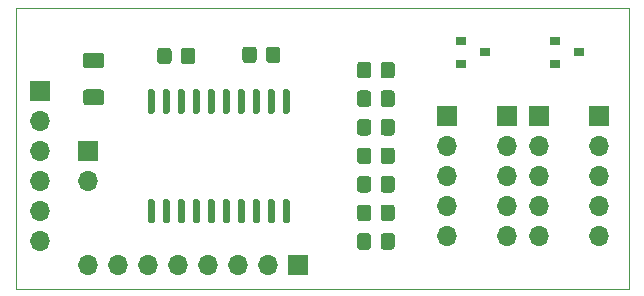
<source format=gbr>
G04 #@! TF.GenerationSoftware,KiCad,Pcbnew,5.1.10-88a1d61d58~88~ubuntu20.04.1*
G04 #@! TF.CreationDate,2021-05-20T13:29:31-04:00*
G04 #@! TF.ProjectId,hexdisplay8,68657864-6973-4706-9c61-79382e6b6963,rev?*
G04 #@! TF.SameCoordinates,Original*
G04 #@! TF.FileFunction,Soldermask,Top*
G04 #@! TF.FilePolarity,Negative*
%FSLAX46Y46*%
G04 Gerber Fmt 4.6, Leading zero omitted, Abs format (unit mm)*
G04 Created by KiCad (PCBNEW 5.1.10-88a1d61d58~88~ubuntu20.04.1) date 2021-05-20 13:29:31*
%MOMM*%
%LPD*%
G01*
G04 APERTURE LIST*
G04 #@! TA.AperFunction,Profile*
%ADD10C,0.050000*%
G04 #@! TD*
%ADD11R,1.700000X1.700000*%
%ADD12O,1.700000X1.700000*%
%ADD13R,0.900000X0.800000*%
G04 APERTURE END LIST*
D10*
X188000000Y-122000000D02*
X136100000Y-122000000D01*
X188000000Y-98200000D02*
X136400000Y-98200000D01*
X188000000Y-122000000D02*
X188000000Y-98200000D01*
X136100000Y-98200000D02*
X136100000Y-122000000D01*
X136400000Y-98200000D02*
X136100000Y-98200000D01*
G04 #@! TO.C,C1*
G36*
G01*
X143350003Y-106462500D02*
X142049997Y-106462500D01*
G75*
G02*
X141800000Y-106212503I0J249997D01*
G01*
X141800000Y-105387497D01*
G75*
G02*
X142049997Y-105137500I249997J0D01*
G01*
X143350003Y-105137500D01*
G75*
G02*
X143600000Y-105387497I0J-249997D01*
G01*
X143600000Y-106212503D01*
G75*
G02*
X143350003Y-106462500I-249997J0D01*
G01*
G37*
G36*
G01*
X143350003Y-103337500D02*
X142049997Y-103337500D01*
G75*
G02*
X141800000Y-103087503I0J249997D01*
G01*
X141800000Y-102262497D01*
G75*
G02*
X142049997Y-102012500I249997J0D01*
G01*
X143350003Y-102012500D01*
G75*
G02*
X143600000Y-102262497I0J-249997D01*
G01*
X143600000Y-103087503D01*
G75*
G02*
X143350003Y-103337500I-249997J0D01*
G01*
G37*
G04 #@! TD*
D11*
G04 #@! TO.C,J3*
X142220000Y-110360000D03*
D12*
X142220000Y-112900000D03*
G04 #@! TD*
D11*
G04 #@! TO.C,J4*
X160000000Y-120000000D03*
D12*
X157460000Y-120000000D03*
X154920000Y-120000000D03*
X152380000Y-120000000D03*
X149840000Y-120000000D03*
X147300000Y-120000000D03*
X144760000Y-120000000D03*
X142220000Y-120000000D03*
G04 #@! TD*
D11*
G04 #@! TO.C,J5*
X138200000Y-105280000D03*
D12*
X138200000Y-107820000D03*
X138200000Y-110360000D03*
X138200000Y-112900000D03*
X138200000Y-115440000D03*
X138200000Y-117980000D03*
G04 #@! TD*
D13*
G04 #@! TO.C,Q1*
X181800000Y-101050000D03*
X181800000Y-102950000D03*
X183800000Y-102000000D03*
G04 #@! TD*
G04 #@! TO.C,Q2*
X175800000Y-102000000D03*
X173800000Y-102950000D03*
X173800000Y-101050000D03*
G04 #@! TD*
G04 #@! TO.C,R1*
G36*
G01*
X168200000Y-103049999D02*
X168200000Y-103950001D01*
G75*
G02*
X167950001Y-104200000I-249999J0D01*
G01*
X167249999Y-104200000D01*
G75*
G02*
X167000000Y-103950001I0J249999D01*
G01*
X167000000Y-103049999D01*
G75*
G02*
X167249999Y-102800000I249999J0D01*
G01*
X167950001Y-102800000D01*
G75*
G02*
X168200000Y-103049999I0J-249999D01*
G01*
G37*
G36*
G01*
X166200000Y-103049999D02*
X166200000Y-103950001D01*
G75*
G02*
X165950001Y-104200000I-249999J0D01*
G01*
X165249999Y-104200000D01*
G75*
G02*
X165000000Y-103950001I0J249999D01*
G01*
X165000000Y-103049999D01*
G75*
G02*
X165249999Y-102800000I249999J0D01*
G01*
X165950001Y-102800000D01*
G75*
G02*
X166200000Y-103049999I0J-249999D01*
G01*
G37*
G04 #@! TD*
G04 #@! TO.C,R2*
G36*
G01*
X166200000Y-105466665D02*
X166200000Y-106366667D01*
G75*
G02*
X165950001Y-106616666I-249999J0D01*
G01*
X165249999Y-106616666D01*
G75*
G02*
X165000000Y-106366667I0J249999D01*
G01*
X165000000Y-105466665D01*
G75*
G02*
X165249999Y-105216666I249999J0D01*
G01*
X165950001Y-105216666D01*
G75*
G02*
X166200000Y-105466665I0J-249999D01*
G01*
G37*
G36*
G01*
X168200000Y-105466665D02*
X168200000Y-106366667D01*
G75*
G02*
X167950001Y-106616666I-249999J0D01*
G01*
X167249999Y-106616666D01*
G75*
G02*
X167000000Y-106366667I0J249999D01*
G01*
X167000000Y-105466665D01*
G75*
G02*
X167249999Y-105216666I249999J0D01*
G01*
X167950001Y-105216666D01*
G75*
G02*
X168200000Y-105466665I0J-249999D01*
G01*
G37*
G04 #@! TD*
G04 #@! TO.C,R3*
G36*
G01*
X168200000Y-107883331D02*
X168200000Y-108783333D01*
G75*
G02*
X167950001Y-109033332I-249999J0D01*
G01*
X167249999Y-109033332D01*
G75*
G02*
X167000000Y-108783333I0J249999D01*
G01*
X167000000Y-107883331D01*
G75*
G02*
X167249999Y-107633332I249999J0D01*
G01*
X167950001Y-107633332D01*
G75*
G02*
X168200000Y-107883331I0J-249999D01*
G01*
G37*
G36*
G01*
X166200000Y-107883331D02*
X166200000Y-108783333D01*
G75*
G02*
X165950001Y-109033332I-249999J0D01*
G01*
X165249999Y-109033332D01*
G75*
G02*
X165000000Y-108783333I0J249999D01*
G01*
X165000000Y-107883331D01*
G75*
G02*
X165249999Y-107633332I249999J0D01*
G01*
X165950001Y-107633332D01*
G75*
G02*
X166200000Y-107883331I0J-249999D01*
G01*
G37*
G04 #@! TD*
G04 #@! TO.C,R4*
G36*
G01*
X166200000Y-110299997D02*
X166200000Y-111199999D01*
G75*
G02*
X165950001Y-111449998I-249999J0D01*
G01*
X165249999Y-111449998D01*
G75*
G02*
X165000000Y-111199999I0J249999D01*
G01*
X165000000Y-110299997D01*
G75*
G02*
X165249999Y-110049998I249999J0D01*
G01*
X165950001Y-110049998D01*
G75*
G02*
X166200000Y-110299997I0J-249999D01*
G01*
G37*
G36*
G01*
X168200000Y-110299997D02*
X168200000Y-111199999D01*
G75*
G02*
X167950001Y-111449998I-249999J0D01*
G01*
X167249999Y-111449998D01*
G75*
G02*
X167000000Y-111199999I0J249999D01*
G01*
X167000000Y-110299997D01*
G75*
G02*
X167249999Y-110049998I249999J0D01*
G01*
X167950001Y-110049998D01*
G75*
G02*
X168200000Y-110299997I0J-249999D01*
G01*
G37*
G04 #@! TD*
G04 #@! TO.C,R5*
G36*
G01*
X168200000Y-112716663D02*
X168200000Y-113616665D01*
G75*
G02*
X167950001Y-113866664I-249999J0D01*
G01*
X167249999Y-113866664D01*
G75*
G02*
X167000000Y-113616665I0J249999D01*
G01*
X167000000Y-112716663D01*
G75*
G02*
X167249999Y-112466664I249999J0D01*
G01*
X167950001Y-112466664D01*
G75*
G02*
X168200000Y-112716663I0J-249999D01*
G01*
G37*
G36*
G01*
X166200000Y-112716663D02*
X166200000Y-113616665D01*
G75*
G02*
X165950001Y-113866664I-249999J0D01*
G01*
X165249999Y-113866664D01*
G75*
G02*
X165000000Y-113616665I0J249999D01*
G01*
X165000000Y-112716663D01*
G75*
G02*
X165249999Y-112466664I249999J0D01*
G01*
X165950001Y-112466664D01*
G75*
G02*
X166200000Y-112716663I0J-249999D01*
G01*
G37*
G04 #@! TD*
G04 #@! TO.C,R6*
G36*
G01*
X166200000Y-115133329D02*
X166200000Y-116033331D01*
G75*
G02*
X165950001Y-116283330I-249999J0D01*
G01*
X165249999Y-116283330D01*
G75*
G02*
X165000000Y-116033331I0J249999D01*
G01*
X165000000Y-115133329D01*
G75*
G02*
X165249999Y-114883330I249999J0D01*
G01*
X165950001Y-114883330D01*
G75*
G02*
X166200000Y-115133329I0J-249999D01*
G01*
G37*
G36*
G01*
X168200000Y-115133329D02*
X168200000Y-116033331D01*
G75*
G02*
X167950001Y-116283330I-249999J0D01*
G01*
X167249999Y-116283330D01*
G75*
G02*
X167000000Y-116033331I0J249999D01*
G01*
X167000000Y-115133329D01*
G75*
G02*
X167249999Y-114883330I249999J0D01*
G01*
X167950001Y-114883330D01*
G75*
G02*
X168200000Y-115133329I0J-249999D01*
G01*
G37*
G04 #@! TD*
G04 #@! TO.C,R7*
G36*
G01*
X168200000Y-117549999D02*
X168200000Y-118450001D01*
G75*
G02*
X167950001Y-118700000I-249999J0D01*
G01*
X167249999Y-118700000D01*
G75*
G02*
X167000000Y-118450001I0J249999D01*
G01*
X167000000Y-117549999D01*
G75*
G02*
X167249999Y-117300000I249999J0D01*
G01*
X167950001Y-117300000D01*
G75*
G02*
X168200000Y-117549999I0J-249999D01*
G01*
G37*
G36*
G01*
X166200000Y-117549999D02*
X166200000Y-118450001D01*
G75*
G02*
X165950001Y-118700000I-249999J0D01*
G01*
X165249999Y-118700000D01*
G75*
G02*
X165000000Y-118450001I0J249999D01*
G01*
X165000000Y-117549999D01*
G75*
G02*
X165249999Y-117300000I249999J0D01*
G01*
X165950001Y-117300000D01*
G75*
G02*
X166200000Y-117549999I0J-249999D01*
G01*
G37*
G04 #@! TD*
G04 #@! TO.C,R8*
G36*
G01*
X149300000Y-101849999D02*
X149300000Y-102750001D01*
G75*
G02*
X149050001Y-103000000I-249999J0D01*
G01*
X148349999Y-103000000D01*
G75*
G02*
X148100000Y-102750001I0J249999D01*
G01*
X148100000Y-101849999D01*
G75*
G02*
X148349999Y-101600000I249999J0D01*
G01*
X149050001Y-101600000D01*
G75*
G02*
X149300000Y-101849999I0J-249999D01*
G01*
G37*
G36*
G01*
X151300000Y-101849999D02*
X151300000Y-102750001D01*
G75*
G02*
X151050001Y-103000000I-249999J0D01*
G01*
X150349999Y-103000000D01*
G75*
G02*
X150100000Y-102750001I0J249999D01*
G01*
X150100000Y-101849999D01*
G75*
G02*
X150349999Y-101600000I249999J0D01*
G01*
X151050001Y-101600000D01*
G75*
G02*
X151300000Y-101849999I0J-249999D01*
G01*
G37*
G04 #@! TD*
G04 #@! TO.C,R9*
G36*
G01*
X158500000Y-101749999D02*
X158500000Y-102650001D01*
G75*
G02*
X158250001Y-102900000I-249999J0D01*
G01*
X157549999Y-102900000D01*
G75*
G02*
X157300000Y-102650001I0J249999D01*
G01*
X157300000Y-101749999D01*
G75*
G02*
X157549999Y-101500000I249999J0D01*
G01*
X158250001Y-101500000D01*
G75*
G02*
X158500000Y-101749999I0J-249999D01*
G01*
G37*
G36*
G01*
X156500000Y-101749999D02*
X156500000Y-102650001D01*
G75*
G02*
X156250001Y-102900000I-249999J0D01*
G01*
X155549999Y-102900000D01*
G75*
G02*
X155300000Y-102650001I0J249999D01*
G01*
X155300000Y-101749999D01*
G75*
G02*
X155549999Y-101500000I249999J0D01*
G01*
X156250001Y-101500000D01*
G75*
G02*
X156500000Y-101749999I0J-249999D01*
G01*
G37*
G04 #@! TD*
G04 #@! TO.C,U1*
G36*
G01*
X147735000Y-116475000D02*
X147435000Y-116475000D01*
G75*
G02*
X147285000Y-116325000I0J150000D01*
G01*
X147285000Y-114575000D01*
G75*
G02*
X147435000Y-114425000I150000J0D01*
G01*
X147735000Y-114425000D01*
G75*
G02*
X147885000Y-114575000I0J-150000D01*
G01*
X147885000Y-116325000D01*
G75*
G02*
X147735000Y-116475000I-150000J0D01*
G01*
G37*
G36*
G01*
X149005000Y-116475000D02*
X148705000Y-116475000D01*
G75*
G02*
X148555000Y-116325000I0J150000D01*
G01*
X148555000Y-114575000D01*
G75*
G02*
X148705000Y-114425000I150000J0D01*
G01*
X149005000Y-114425000D01*
G75*
G02*
X149155000Y-114575000I0J-150000D01*
G01*
X149155000Y-116325000D01*
G75*
G02*
X149005000Y-116475000I-150000J0D01*
G01*
G37*
G36*
G01*
X150275000Y-116475000D02*
X149975000Y-116475000D01*
G75*
G02*
X149825000Y-116325000I0J150000D01*
G01*
X149825000Y-114575000D01*
G75*
G02*
X149975000Y-114425000I150000J0D01*
G01*
X150275000Y-114425000D01*
G75*
G02*
X150425000Y-114575000I0J-150000D01*
G01*
X150425000Y-116325000D01*
G75*
G02*
X150275000Y-116475000I-150000J0D01*
G01*
G37*
G36*
G01*
X151545000Y-116475000D02*
X151245000Y-116475000D01*
G75*
G02*
X151095000Y-116325000I0J150000D01*
G01*
X151095000Y-114575000D01*
G75*
G02*
X151245000Y-114425000I150000J0D01*
G01*
X151545000Y-114425000D01*
G75*
G02*
X151695000Y-114575000I0J-150000D01*
G01*
X151695000Y-116325000D01*
G75*
G02*
X151545000Y-116475000I-150000J0D01*
G01*
G37*
G36*
G01*
X152815000Y-116475000D02*
X152515000Y-116475000D01*
G75*
G02*
X152365000Y-116325000I0J150000D01*
G01*
X152365000Y-114575000D01*
G75*
G02*
X152515000Y-114425000I150000J0D01*
G01*
X152815000Y-114425000D01*
G75*
G02*
X152965000Y-114575000I0J-150000D01*
G01*
X152965000Y-116325000D01*
G75*
G02*
X152815000Y-116475000I-150000J0D01*
G01*
G37*
G36*
G01*
X154085000Y-116475000D02*
X153785000Y-116475000D01*
G75*
G02*
X153635000Y-116325000I0J150000D01*
G01*
X153635000Y-114575000D01*
G75*
G02*
X153785000Y-114425000I150000J0D01*
G01*
X154085000Y-114425000D01*
G75*
G02*
X154235000Y-114575000I0J-150000D01*
G01*
X154235000Y-116325000D01*
G75*
G02*
X154085000Y-116475000I-150000J0D01*
G01*
G37*
G36*
G01*
X155355000Y-116475000D02*
X155055000Y-116475000D01*
G75*
G02*
X154905000Y-116325000I0J150000D01*
G01*
X154905000Y-114575000D01*
G75*
G02*
X155055000Y-114425000I150000J0D01*
G01*
X155355000Y-114425000D01*
G75*
G02*
X155505000Y-114575000I0J-150000D01*
G01*
X155505000Y-116325000D01*
G75*
G02*
X155355000Y-116475000I-150000J0D01*
G01*
G37*
G36*
G01*
X156625000Y-116475000D02*
X156325000Y-116475000D01*
G75*
G02*
X156175000Y-116325000I0J150000D01*
G01*
X156175000Y-114575000D01*
G75*
G02*
X156325000Y-114425000I150000J0D01*
G01*
X156625000Y-114425000D01*
G75*
G02*
X156775000Y-114575000I0J-150000D01*
G01*
X156775000Y-116325000D01*
G75*
G02*
X156625000Y-116475000I-150000J0D01*
G01*
G37*
G36*
G01*
X157895000Y-116475000D02*
X157595000Y-116475000D01*
G75*
G02*
X157445000Y-116325000I0J150000D01*
G01*
X157445000Y-114575000D01*
G75*
G02*
X157595000Y-114425000I150000J0D01*
G01*
X157895000Y-114425000D01*
G75*
G02*
X158045000Y-114575000I0J-150000D01*
G01*
X158045000Y-116325000D01*
G75*
G02*
X157895000Y-116475000I-150000J0D01*
G01*
G37*
G36*
G01*
X159165000Y-116475000D02*
X158865000Y-116475000D01*
G75*
G02*
X158715000Y-116325000I0J150000D01*
G01*
X158715000Y-114575000D01*
G75*
G02*
X158865000Y-114425000I150000J0D01*
G01*
X159165000Y-114425000D01*
G75*
G02*
X159315000Y-114575000I0J-150000D01*
G01*
X159315000Y-116325000D01*
G75*
G02*
X159165000Y-116475000I-150000J0D01*
G01*
G37*
G36*
G01*
X159165000Y-107175000D02*
X158865000Y-107175000D01*
G75*
G02*
X158715000Y-107025000I0J150000D01*
G01*
X158715000Y-105275000D01*
G75*
G02*
X158865000Y-105125000I150000J0D01*
G01*
X159165000Y-105125000D01*
G75*
G02*
X159315000Y-105275000I0J-150000D01*
G01*
X159315000Y-107025000D01*
G75*
G02*
X159165000Y-107175000I-150000J0D01*
G01*
G37*
G36*
G01*
X157895000Y-107175000D02*
X157595000Y-107175000D01*
G75*
G02*
X157445000Y-107025000I0J150000D01*
G01*
X157445000Y-105275000D01*
G75*
G02*
X157595000Y-105125000I150000J0D01*
G01*
X157895000Y-105125000D01*
G75*
G02*
X158045000Y-105275000I0J-150000D01*
G01*
X158045000Y-107025000D01*
G75*
G02*
X157895000Y-107175000I-150000J0D01*
G01*
G37*
G36*
G01*
X156625000Y-107175000D02*
X156325000Y-107175000D01*
G75*
G02*
X156175000Y-107025000I0J150000D01*
G01*
X156175000Y-105275000D01*
G75*
G02*
X156325000Y-105125000I150000J0D01*
G01*
X156625000Y-105125000D01*
G75*
G02*
X156775000Y-105275000I0J-150000D01*
G01*
X156775000Y-107025000D01*
G75*
G02*
X156625000Y-107175000I-150000J0D01*
G01*
G37*
G36*
G01*
X155355000Y-107175000D02*
X155055000Y-107175000D01*
G75*
G02*
X154905000Y-107025000I0J150000D01*
G01*
X154905000Y-105275000D01*
G75*
G02*
X155055000Y-105125000I150000J0D01*
G01*
X155355000Y-105125000D01*
G75*
G02*
X155505000Y-105275000I0J-150000D01*
G01*
X155505000Y-107025000D01*
G75*
G02*
X155355000Y-107175000I-150000J0D01*
G01*
G37*
G36*
G01*
X154085000Y-107175000D02*
X153785000Y-107175000D01*
G75*
G02*
X153635000Y-107025000I0J150000D01*
G01*
X153635000Y-105275000D01*
G75*
G02*
X153785000Y-105125000I150000J0D01*
G01*
X154085000Y-105125000D01*
G75*
G02*
X154235000Y-105275000I0J-150000D01*
G01*
X154235000Y-107025000D01*
G75*
G02*
X154085000Y-107175000I-150000J0D01*
G01*
G37*
G36*
G01*
X152815000Y-107175000D02*
X152515000Y-107175000D01*
G75*
G02*
X152365000Y-107025000I0J150000D01*
G01*
X152365000Y-105275000D01*
G75*
G02*
X152515000Y-105125000I150000J0D01*
G01*
X152815000Y-105125000D01*
G75*
G02*
X152965000Y-105275000I0J-150000D01*
G01*
X152965000Y-107025000D01*
G75*
G02*
X152815000Y-107175000I-150000J0D01*
G01*
G37*
G36*
G01*
X151545000Y-107175000D02*
X151245000Y-107175000D01*
G75*
G02*
X151095000Y-107025000I0J150000D01*
G01*
X151095000Y-105275000D01*
G75*
G02*
X151245000Y-105125000I150000J0D01*
G01*
X151545000Y-105125000D01*
G75*
G02*
X151695000Y-105275000I0J-150000D01*
G01*
X151695000Y-107025000D01*
G75*
G02*
X151545000Y-107175000I-150000J0D01*
G01*
G37*
G36*
G01*
X150275000Y-107175000D02*
X149975000Y-107175000D01*
G75*
G02*
X149825000Y-107025000I0J150000D01*
G01*
X149825000Y-105275000D01*
G75*
G02*
X149975000Y-105125000I150000J0D01*
G01*
X150275000Y-105125000D01*
G75*
G02*
X150425000Y-105275000I0J-150000D01*
G01*
X150425000Y-107025000D01*
G75*
G02*
X150275000Y-107175000I-150000J0D01*
G01*
G37*
G36*
G01*
X149005000Y-107175000D02*
X148705000Y-107175000D01*
G75*
G02*
X148555000Y-107025000I0J150000D01*
G01*
X148555000Y-105275000D01*
G75*
G02*
X148705000Y-105125000I150000J0D01*
G01*
X149005000Y-105125000D01*
G75*
G02*
X149155000Y-105275000I0J-150000D01*
G01*
X149155000Y-107025000D01*
G75*
G02*
X149005000Y-107175000I-150000J0D01*
G01*
G37*
G36*
G01*
X147735000Y-107175000D02*
X147435000Y-107175000D01*
G75*
G02*
X147285000Y-107025000I0J150000D01*
G01*
X147285000Y-105275000D01*
G75*
G02*
X147435000Y-105125000I150000J0D01*
G01*
X147735000Y-105125000D01*
G75*
G02*
X147885000Y-105275000I0J-150000D01*
G01*
X147885000Y-107025000D01*
G75*
G02*
X147735000Y-107175000I-150000J0D01*
G01*
G37*
G04 #@! TD*
D11*
G04 #@! TO.C,J11*
X172600000Y-107400000D03*
D12*
X172600000Y-109940000D03*
X172600000Y-112480000D03*
X172600000Y-115020000D03*
X172600000Y-117560000D03*
G04 #@! TD*
G04 #@! TO.C,J12*
X177680000Y-117560000D03*
X177680000Y-115020000D03*
X177680000Y-112480000D03*
X177680000Y-109940000D03*
D11*
X177680000Y-107400000D03*
G04 #@! TD*
G04 #@! TO.C,J21*
X180400000Y-107400000D03*
D12*
X180400000Y-109940000D03*
X180400000Y-112480000D03*
X180400000Y-115020000D03*
X180400000Y-117560000D03*
G04 #@! TD*
G04 #@! TO.C,J22*
X185480000Y-117560000D03*
X185480000Y-115020000D03*
X185480000Y-112480000D03*
X185480000Y-109940000D03*
D11*
X185480000Y-107400000D03*
G04 #@! TD*
M02*

</source>
